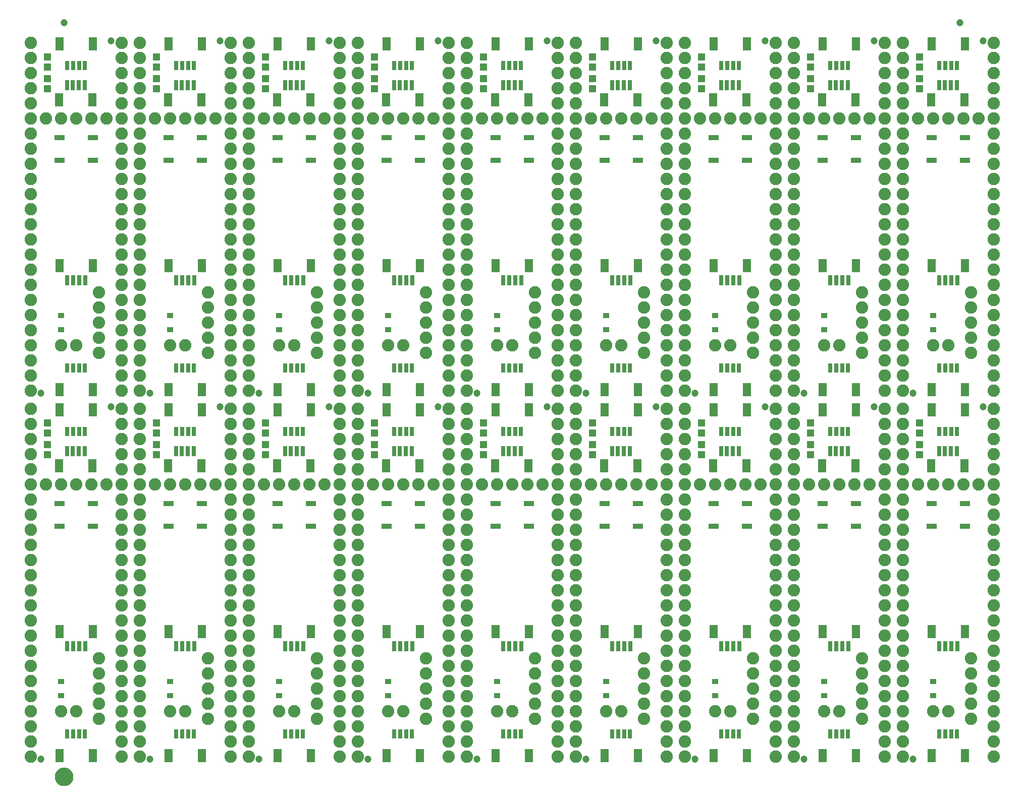
<source format=gts>
G04 EAGLE Gerber RS-274X export*
G75*
%MOMM*%
%FSLAX34Y34*%
%LPD*%
%INSoldermask Top*%
%IPPOS*%
%AMOC8*
5,1,8,0,0,1.08239X$1,22.5*%
G01*
%ADD10R,1.403200X2.203200*%
%ADD11R,0.803200X1.553200*%
%ADD12R,0.803200X1.753200*%
%ADD13C,1.203200*%
%ADD14R,1.203200X1.303200*%
%ADD15C,2.082800*%
%ADD16R,1.033200X0.833200*%
%ADD17R,1.727200X0.965200*%
%ADD18C,1.270000*%
%ADD19C,1.703200*%


D10*
X60900Y14050D03*
X116900Y14050D03*
D11*
X73900Y50800D03*
X83900Y50800D03*
X93900Y50800D03*
X103900Y50800D03*
D10*
X116900Y595550D03*
X60900Y595550D03*
D11*
X103900Y558800D03*
X93900Y558800D03*
X83900Y558800D03*
X73900Y558800D03*
D12*
X103680Y525650D03*
X93680Y525650D03*
X83680Y525650D03*
X73680Y525650D03*
D10*
X116680Y501400D03*
X60680Y501400D03*
D13*
X30226Y8128D03*
X147320Y600456D03*
D14*
X41148Y536566D03*
X41148Y519566D03*
X40894Y556142D03*
X40894Y573142D03*
D15*
X88900Y88900D03*
X63500Y88900D03*
D16*
X63500Y138500D03*
X63500Y115500D03*
D17*
X60960Y438150D03*
X116840Y438150D03*
X60960Y400050D03*
X116840Y400050D03*
D15*
X12700Y342900D03*
X12700Y317500D03*
X12700Y292100D03*
X12700Y266700D03*
X12700Y241300D03*
X12700Y215900D03*
X12700Y190500D03*
X12700Y165100D03*
X12700Y139700D03*
X12700Y114300D03*
X12700Y88900D03*
X12700Y63500D03*
X12700Y38100D03*
X12700Y12700D03*
X165100Y342900D03*
X165100Y317500D03*
X165100Y292100D03*
X165100Y266700D03*
X165100Y241300D03*
X165100Y215900D03*
X165100Y190500D03*
X165100Y165100D03*
X165100Y139700D03*
X165100Y114300D03*
X165100Y88900D03*
X165100Y63500D03*
X165100Y38100D03*
X165100Y12700D03*
X38100Y469900D03*
X63500Y469900D03*
X88900Y469900D03*
X114300Y469900D03*
X139700Y469900D03*
X127000Y152400D03*
X127000Y127000D03*
X127000Y101600D03*
X127000Y76200D03*
X165100Y393700D03*
X165100Y419100D03*
X165100Y444500D03*
X165100Y469900D03*
X165100Y495300D03*
X165100Y520700D03*
X165100Y546100D03*
X165100Y571500D03*
X165100Y596900D03*
X12700Y596900D03*
X12700Y571500D03*
X12700Y546100D03*
X12700Y520700D03*
X12700Y495300D03*
X12700Y469900D03*
X12700Y444500D03*
X12700Y419100D03*
X12700Y393700D03*
X12700Y368300D03*
X165100Y368300D03*
X127000Y177800D03*
D12*
X74120Y198250D03*
X84120Y198250D03*
X94120Y198250D03*
X104120Y198250D03*
D10*
X61120Y222500D03*
X117120Y222500D03*
X243780Y14050D03*
X299780Y14050D03*
D11*
X256780Y50800D03*
X266780Y50800D03*
X276780Y50800D03*
X286780Y50800D03*
D10*
X299780Y595550D03*
X243780Y595550D03*
D11*
X286780Y558800D03*
X276780Y558800D03*
X266780Y558800D03*
X256780Y558800D03*
D12*
X286560Y525650D03*
X276560Y525650D03*
X266560Y525650D03*
X256560Y525650D03*
D10*
X299560Y501400D03*
X243560Y501400D03*
D13*
X213106Y8128D03*
X330200Y600456D03*
D14*
X224028Y536566D03*
X224028Y519566D03*
X223774Y556142D03*
X223774Y573142D03*
D15*
X271780Y88900D03*
X246380Y88900D03*
D16*
X246380Y138500D03*
X246380Y115500D03*
D17*
X243840Y438150D03*
X299720Y438150D03*
X243840Y400050D03*
X299720Y400050D03*
D15*
X195580Y342900D03*
X195580Y317500D03*
X195580Y292100D03*
X195580Y266700D03*
X195580Y241300D03*
X195580Y215900D03*
X195580Y190500D03*
X195580Y165100D03*
X195580Y139700D03*
X195580Y114300D03*
X195580Y88900D03*
X195580Y63500D03*
X195580Y38100D03*
X195580Y12700D03*
X347980Y342900D03*
X347980Y317500D03*
X347980Y292100D03*
X347980Y266700D03*
X347980Y241300D03*
X347980Y215900D03*
X347980Y190500D03*
X347980Y165100D03*
X347980Y139700D03*
X347980Y114300D03*
X347980Y88900D03*
X347980Y63500D03*
X347980Y38100D03*
X347980Y12700D03*
X220980Y469900D03*
X246380Y469900D03*
X271780Y469900D03*
X297180Y469900D03*
X322580Y469900D03*
X309880Y152400D03*
X309880Y127000D03*
X309880Y101600D03*
X309880Y76200D03*
X347980Y393700D03*
X347980Y419100D03*
X347980Y444500D03*
X347980Y469900D03*
X347980Y495300D03*
X347980Y520700D03*
X347980Y546100D03*
X347980Y571500D03*
X347980Y596900D03*
X195580Y596900D03*
X195580Y571500D03*
X195580Y546100D03*
X195580Y520700D03*
X195580Y495300D03*
X195580Y469900D03*
X195580Y444500D03*
X195580Y419100D03*
X195580Y393700D03*
X195580Y368300D03*
X347980Y368300D03*
X309880Y177800D03*
D12*
X257000Y198250D03*
X267000Y198250D03*
X277000Y198250D03*
X287000Y198250D03*
D10*
X244000Y222500D03*
X300000Y222500D03*
X426660Y14050D03*
X482660Y14050D03*
D11*
X439660Y50800D03*
X449660Y50800D03*
X459660Y50800D03*
X469660Y50800D03*
D10*
X482660Y595550D03*
X426660Y595550D03*
D11*
X469660Y558800D03*
X459660Y558800D03*
X449660Y558800D03*
X439660Y558800D03*
D12*
X469440Y525650D03*
X459440Y525650D03*
X449440Y525650D03*
X439440Y525650D03*
D10*
X482440Y501400D03*
X426440Y501400D03*
D13*
X395986Y8128D03*
X513080Y600456D03*
D14*
X406908Y536566D03*
X406908Y519566D03*
X406654Y556142D03*
X406654Y573142D03*
D15*
X454660Y88900D03*
X429260Y88900D03*
D16*
X429260Y138500D03*
X429260Y115500D03*
D17*
X426720Y438150D03*
X482600Y438150D03*
X426720Y400050D03*
X482600Y400050D03*
D15*
X378460Y342900D03*
X378460Y317500D03*
X378460Y292100D03*
X378460Y266700D03*
X378460Y241300D03*
X378460Y215900D03*
X378460Y190500D03*
X378460Y165100D03*
X378460Y139700D03*
X378460Y114300D03*
X378460Y88900D03*
X378460Y63500D03*
X378460Y38100D03*
X378460Y12700D03*
X530860Y342900D03*
X530860Y317500D03*
X530860Y292100D03*
X530860Y266700D03*
X530860Y241300D03*
X530860Y215900D03*
X530860Y190500D03*
X530860Y165100D03*
X530860Y139700D03*
X530860Y114300D03*
X530860Y88900D03*
X530860Y63500D03*
X530860Y38100D03*
X530860Y12700D03*
X403860Y469900D03*
X429260Y469900D03*
X454660Y469900D03*
X480060Y469900D03*
X505460Y469900D03*
X492760Y152400D03*
X492760Y127000D03*
X492760Y101600D03*
X492760Y76200D03*
X530860Y393700D03*
X530860Y419100D03*
X530860Y444500D03*
X530860Y469900D03*
X530860Y495300D03*
X530860Y520700D03*
X530860Y546100D03*
X530860Y571500D03*
X530860Y596900D03*
X378460Y596900D03*
X378460Y571500D03*
X378460Y546100D03*
X378460Y520700D03*
X378460Y495300D03*
X378460Y469900D03*
X378460Y444500D03*
X378460Y419100D03*
X378460Y393700D03*
X378460Y368300D03*
X530860Y368300D03*
X492760Y177800D03*
D12*
X439880Y198250D03*
X449880Y198250D03*
X459880Y198250D03*
X469880Y198250D03*
D10*
X426880Y222500D03*
X482880Y222500D03*
X609540Y14050D03*
X665540Y14050D03*
D11*
X622540Y50800D03*
X632540Y50800D03*
X642540Y50800D03*
X652540Y50800D03*
D10*
X665540Y595550D03*
X609540Y595550D03*
D11*
X652540Y558800D03*
X642540Y558800D03*
X632540Y558800D03*
X622540Y558800D03*
D12*
X652320Y525650D03*
X642320Y525650D03*
X632320Y525650D03*
X622320Y525650D03*
D10*
X665320Y501400D03*
X609320Y501400D03*
D13*
X578866Y8128D03*
X695960Y600456D03*
D14*
X589788Y536566D03*
X589788Y519566D03*
X589534Y556142D03*
X589534Y573142D03*
D15*
X637540Y88900D03*
X612140Y88900D03*
D16*
X612140Y138500D03*
X612140Y115500D03*
D17*
X609600Y438150D03*
X665480Y438150D03*
X609600Y400050D03*
X665480Y400050D03*
D15*
X561340Y342900D03*
X561340Y317500D03*
X561340Y292100D03*
X561340Y266700D03*
X561340Y241300D03*
X561340Y215900D03*
X561340Y190500D03*
X561340Y165100D03*
X561340Y139700D03*
X561340Y114300D03*
X561340Y88900D03*
X561340Y63500D03*
X561340Y38100D03*
X561340Y12700D03*
X713740Y342900D03*
X713740Y317500D03*
X713740Y292100D03*
X713740Y266700D03*
X713740Y241300D03*
X713740Y215900D03*
X713740Y190500D03*
X713740Y165100D03*
X713740Y139700D03*
X713740Y114300D03*
X713740Y88900D03*
X713740Y63500D03*
X713740Y38100D03*
X713740Y12700D03*
X586740Y469900D03*
X612140Y469900D03*
X637540Y469900D03*
X662940Y469900D03*
X688340Y469900D03*
X675640Y152400D03*
X675640Y127000D03*
X675640Y101600D03*
X675640Y76200D03*
X713740Y393700D03*
X713740Y419100D03*
X713740Y444500D03*
X713740Y469900D03*
X713740Y495300D03*
X713740Y520700D03*
X713740Y546100D03*
X713740Y571500D03*
X713740Y596900D03*
X561340Y596900D03*
X561340Y571500D03*
X561340Y546100D03*
X561340Y520700D03*
X561340Y495300D03*
X561340Y469900D03*
X561340Y444500D03*
X561340Y419100D03*
X561340Y393700D03*
X561340Y368300D03*
X713740Y368300D03*
X675640Y177800D03*
D12*
X622760Y198250D03*
X632760Y198250D03*
X642760Y198250D03*
X652760Y198250D03*
D10*
X609760Y222500D03*
X665760Y222500D03*
X792420Y14050D03*
X848420Y14050D03*
D11*
X805420Y50800D03*
X815420Y50800D03*
X825420Y50800D03*
X835420Y50800D03*
D10*
X848420Y595550D03*
X792420Y595550D03*
D11*
X835420Y558800D03*
X825420Y558800D03*
X815420Y558800D03*
X805420Y558800D03*
D12*
X835200Y525650D03*
X825200Y525650D03*
X815200Y525650D03*
X805200Y525650D03*
D10*
X848200Y501400D03*
X792200Y501400D03*
D13*
X761746Y8128D03*
X878840Y600456D03*
D14*
X772668Y536566D03*
X772668Y519566D03*
X772414Y556142D03*
X772414Y573142D03*
D15*
X820420Y88900D03*
X795020Y88900D03*
D16*
X795020Y138500D03*
X795020Y115500D03*
D17*
X792480Y438150D03*
X848360Y438150D03*
X792480Y400050D03*
X848360Y400050D03*
D15*
X744220Y342900D03*
X744220Y317500D03*
X744220Y292100D03*
X744220Y266700D03*
X744220Y241300D03*
X744220Y215900D03*
X744220Y190500D03*
X744220Y165100D03*
X744220Y139700D03*
X744220Y114300D03*
X744220Y88900D03*
X744220Y63500D03*
X744220Y38100D03*
X744220Y12700D03*
X896620Y342900D03*
X896620Y317500D03*
X896620Y292100D03*
X896620Y266700D03*
X896620Y241300D03*
X896620Y215900D03*
X896620Y190500D03*
X896620Y165100D03*
X896620Y139700D03*
X896620Y114300D03*
X896620Y88900D03*
X896620Y63500D03*
X896620Y38100D03*
X896620Y12700D03*
X769620Y469900D03*
X795020Y469900D03*
X820420Y469900D03*
X845820Y469900D03*
X871220Y469900D03*
X858520Y152400D03*
X858520Y127000D03*
X858520Y101600D03*
X858520Y76200D03*
X896620Y393700D03*
X896620Y419100D03*
X896620Y444500D03*
X896620Y469900D03*
X896620Y495300D03*
X896620Y520700D03*
X896620Y546100D03*
X896620Y571500D03*
X896620Y596900D03*
X744220Y596900D03*
X744220Y571500D03*
X744220Y546100D03*
X744220Y520700D03*
X744220Y495300D03*
X744220Y469900D03*
X744220Y444500D03*
X744220Y419100D03*
X744220Y393700D03*
X744220Y368300D03*
X896620Y368300D03*
X858520Y177800D03*
D12*
X805640Y198250D03*
X815640Y198250D03*
X825640Y198250D03*
X835640Y198250D03*
D10*
X792640Y222500D03*
X848640Y222500D03*
X975300Y14050D03*
X1031300Y14050D03*
D11*
X988300Y50800D03*
X998300Y50800D03*
X1008300Y50800D03*
X1018300Y50800D03*
D10*
X1031300Y595550D03*
X975300Y595550D03*
D11*
X1018300Y558800D03*
X1008300Y558800D03*
X998300Y558800D03*
X988300Y558800D03*
D12*
X1018080Y525650D03*
X1008080Y525650D03*
X998080Y525650D03*
X988080Y525650D03*
D10*
X1031080Y501400D03*
X975080Y501400D03*
D13*
X944626Y8128D03*
X1061720Y600456D03*
D14*
X955548Y536566D03*
X955548Y519566D03*
X955294Y556142D03*
X955294Y573142D03*
D15*
X1003300Y88900D03*
X977900Y88900D03*
D16*
X977900Y138500D03*
X977900Y115500D03*
D17*
X975360Y438150D03*
X1031240Y438150D03*
X975360Y400050D03*
X1031240Y400050D03*
D15*
X927100Y342900D03*
X927100Y317500D03*
X927100Y292100D03*
X927100Y266700D03*
X927100Y241300D03*
X927100Y215900D03*
X927100Y190500D03*
X927100Y165100D03*
X927100Y139700D03*
X927100Y114300D03*
X927100Y88900D03*
X927100Y63500D03*
X927100Y38100D03*
X927100Y12700D03*
X1079500Y342900D03*
X1079500Y317500D03*
X1079500Y292100D03*
X1079500Y266700D03*
X1079500Y241300D03*
X1079500Y215900D03*
X1079500Y190500D03*
X1079500Y165100D03*
X1079500Y139700D03*
X1079500Y114300D03*
X1079500Y88900D03*
X1079500Y63500D03*
X1079500Y38100D03*
X1079500Y12700D03*
X952500Y469900D03*
X977900Y469900D03*
X1003300Y469900D03*
X1028700Y469900D03*
X1054100Y469900D03*
X1041400Y152400D03*
X1041400Y127000D03*
X1041400Y101600D03*
X1041400Y76200D03*
X1079500Y393700D03*
X1079500Y419100D03*
X1079500Y444500D03*
X1079500Y469900D03*
X1079500Y495300D03*
X1079500Y520700D03*
X1079500Y546100D03*
X1079500Y571500D03*
X1079500Y596900D03*
X927100Y596900D03*
X927100Y571500D03*
X927100Y546100D03*
X927100Y520700D03*
X927100Y495300D03*
X927100Y469900D03*
X927100Y444500D03*
X927100Y419100D03*
X927100Y393700D03*
X927100Y368300D03*
X1079500Y368300D03*
X1041400Y177800D03*
D12*
X988520Y198250D03*
X998520Y198250D03*
X1008520Y198250D03*
X1018520Y198250D03*
D10*
X975520Y222500D03*
X1031520Y222500D03*
X1158180Y14050D03*
X1214180Y14050D03*
D11*
X1171180Y50800D03*
X1181180Y50800D03*
X1191180Y50800D03*
X1201180Y50800D03*
D10*
X1214180Y595550D03*
X1158180Y595550D03*
D11*
X1201180Y558800D03*
X1191180Y558800D03*
X1181180Y558800D03*
X1171180Y558800D03*
D12*
X1200960Y525650D03*
X1190960Y525650D03*
X1180960Y525650D03*
X1170960Y525650D03*
D10*
X1213960Y501400D03*
X1157960Y501400D03*
D13*
X1127506Y8128D03*
X1244600Y600456D03*
D14*
X1138428Y536566D03*
X1138428Y519566D03*
X1138174Y556142D03*
X1138174Y573142D03*
D15*
X1186180Y88900D03*
X1160780Y88900D03*
D16*
X1160780Y138500D03*
X1160780Y115500D03*
D17*
X1158240Y438150D03*
X1214120Y438150D03*
X1158240Y400050D03*
X1214120Y400050D03*
D15*
X1109980Y342900D03*
X1109980Y317500D03*
X1109980Y292100D03*
X1109980Y266700D03*
X1109980Y241300D03*
X1109980Y215900D03*
X1109980Y190500D03*
X1109980Y165100D03*
X1109980Y139700D03*
X1109980Y114300D03*
X1109980Y88900D03*
X1109980Y63500D03*
X1109980Y38100D03*
X1109980Y12700D03*
X1262380Y342900D03*
X1262380Y317500D03*
X1262380Y292100D03*
X1262380Y266700D03*
X1262380Y241300D03*
X1262380Y215900D03*
X1262380Y190500D03*
X1262380Y165100D03*
X1262380Y139700D03*
X1262380Y114300D03*
X1262380Y88900D03*
X1262380Y63500D03*
X1262380Y38100D03*
X1262380Y12700D03*
X1135380Y469900D03*
X1160780Y469900D03*
X1186180Y469900D03*
X1211580Y469900D03*
X1236980Y469900D03*
X1224280Y152400D03*
X1224280Y127000D03*
X1224280Y101600D03*
X1224280Y76200D03*
X1262380Y393700D03*
X1262380Y419100D03*
X1262380Y444500D03*
X1262380Y469900D03*
X1262380Y495300D03*
X1262380Y520700D03*
X1262380Y546100D03*
X1262380Y571500D03*
X1262380Y596900D03*
X1109980Y596900D03*
X1109980Y571500D03*
X1109980Y546100D03*
X1109980Y520700D03*
X1109980Y495300D03*
X1109980Y469900D03*
X1109980Y444500D03*
X1109980Y419100D03*
X1109980Y393700D03*
X1109980Y368300D03*
X1262380Y368300D03*
X1224280Y177800D03*
D12*
X1171400Y198250D03*
X1181400Y198250D03*
X1191400Y198250D03*
X1201400Y198250D03*
D10*
X1158400Y222500D03*
X1214400Y222500D03*
X1341060Y14050D03*
X1397060Y14050D03*
D11*
X1354060Y50800D03*
X1364060Y50800D03*
X1374060Y50800D03*
X1384060Y50800D03*
D10*
X1397060Y595550D03*
X1341060Y595550D03*
D11*
X1384060Y558800D03*
X1374060Y558800D03*
X1364060Y558800D03*
X1354060Y558800D03*
D12*
X1383840Y525650D03*
X1373840Y525650D03*
X1363840Y525650D03*
X1353840Y525650D03*
D10*
X1396840Y501400D03*
X1340840Y501400D03*
D13*
X1310386Y8128D03*
X1427480Y600456D03*
D14*
X1321308Y536566D03*
X1321308Y519566D03*
X1321054Y556142D03*
X1321054Y573142D03*
D15*
X1369060Y88900D03*
X1343660Y88900D03*
D16*
X1343660Y138500D03*
X1343660Y115500D03*
D17*
X1341120Y438150D03*
X1397000Y438150D03*
X1341120Y400050D03*
X1397000Y400050D03*
D15*
X1292860Y342900D03*
X1292860Y317500D03*
X1292860Y292100D03*
X1292860Y266700D03*
X1292860Y241300D03*
X1292860Y215900D03*
X1292860Y190500D03*
X1292860Y165100D03*
X1292860Y139700D03*
X1292860Y114300D03*
X1292860Y88900D03*
X1292860Y63500D03*
X1292860Y38100D03*
X1292860Y12700D03*
X1445260Y342900D03*
X1445260Y317500D03*
X1445260Y292100D03*
X1445260Y266700D03*
X1445260Y241300D03*
X1445260Y215900D03*
X1445260Y190500D03*
X1445260Y165100D03*
X1445260Y139700D03*
X1445260Y114300D03*
X1445260Y88900D03*
X1445260Y63500D03*
X1445260Y38100D03*
X1445260Y12700D03*
X1318260Y469900D03*
X1343660Y469900D03*
X1369060Y469900D03*
X1394460Y469900D03*
X1419860Y469900D03*
X1407160Y152400D03*
X1407160Y127000D03*
X1407160Y101600D03*
X1407160Y76200D03*
X1445260Y393700D03*
X1445260Y419100D03*
X1445260Y444500D03*
X1445260Y469900D03*
X1445260Y495300D03*
X1445260Y520700D03*
X1445260Y546100D03*
X1445260Y571500D03*
X1445260Y596900D03*
X1292860Y596900D03*
X1292860Y571500D03*
X1292860Y546100D03*
X1292860Y520700D03*
X1292860Y495300D03*
X1292860Y469900D03*
X1292860Y444500D03*
X1292860Y419100D03*
X1292860Y393700D03*
X1292860Y368300D03*
X1445260Y368300D03*
X1407160Y177800D03*
D12*
X1354280Y198250D03*
X1364280Y198250D03*
X1374280Y198250D03*
X1384280Y198250D03*
D10*
X1341280Y222500D03*
X1397280Y222500D03*
X1523940Y14050D03*
X1579940Y14050D03*
D11*
X1536940Y50800D03*
X1546940Y50800D03*
X1556940Y50800D03*
X1566940Y50800D03*
D10*
X1579940Y595550D03*
X1523940Y595550D03*
D11*
X1566940Y558800D03*
X1556940Y558800D03*
X1546940Y558800D03*
X1536940Y558800D03*
D12*
X1566720Y525650D03*
X1556720Y525650D03*
X1546720Y525650D03*
X1536720Y525650D03*
D10*
X1579720Y501400D03*
X1523720Y501400D03*
D13*
X1493266Y8128D03*
X1610360Y600456D03*
D14*
X1504188Y536566D03*
X1504188Y519566D03*
X1503934Y556142D03*
X1503934Y573142D03*
D15*
X1551940Y88900D03*
X1526540Y88900D03*
D16*
X1526540Y138500D03*
X1526540Y115500D03*
D17*
X1524000Y438150D03*
X1579880Y438150D03*
X1524000Y400050D03*
X1579880Y400050D03*
D15*
X1475740Y342900D03*
X1475740Y317500D03*
X1475740Y292100D03*
X1475740Y266700D03*
X1475740Y241300D03*
X1475740Y215900D03*
X1475740Y190500D03*
X1475740Y165100D03*
X1475740Y139700D03*
X1475740Y114300D03*
X1475740Y88900D03*
X1475740Y63500D03*
X1475740Y38100D03*
X1475740Y12700D03*
X1628140Y342900D03*
X1628140Y317500D03*
X1628140Y292100D03*
X1628140Y266700D03*
X1628140Y241300D03*
X1628140Y215900D03*
X1628140Y190500D03*
X1628140Y165100D03*
X1628140Y139700D03*
X1628140Y114300D03*
X1628140Y88900D03*
X1628140Y63500D03*
X1628140Y38100D03*
X1628140Y12700D03*
X1501140Y469900D03*
X1526540Y469900D03*
X1551940Y469900D03*
X1577340Y469900D03*
X1602740Y469900D03*
X1590040Y152400D03*
X1590040Y127000D03*
X1590040Y101600D03*
X1590040Y76200D03*
X1628140Y393700D03*
X1628140Y419100D03*
X1628140Y444500D03*
X1628140Y469900D03*
X1628140Y495300D03*
X1628140Y520700D03*
X1628140Y546100D03*
X1628140Y571500D03*
X1628140Y596900D03*
X1475740Y596900D03*
X1475740Y571500D03*
X1475740Y546100D03*
X1475740Y520700D03*
X1475740Y495300D03*
X1475740Y469900D03*
X1475740Y444500D03*
X1475740Y419100D03*
X1475740Y393700D03*
X1475740Y368300D03*
X1628140Y368300D03*
X1590040Y177800D03*
D12*
X1537160Y198250D03*
X1547160Y198250D03*
X1557160Y198250D03*
X1567160Y198250D03*
D10*
X1524160Y222500D03*
X1580160Y222500D03*
X60900Y628730D03*
X116900Y628730D03*
D11*
X73900Y665480D03*
X83900Y665480D03*
X93900Y665480D03*
X103900Y665480D03*
D10*
X116900Y1210230D03*
X60900Y1210230D03*
D11*
X103900Y1173480D03*
X93900Y1173480D03*
X83900Y1173480D03*
X73900Y1173480D03*
D12*
X103680Y1140330D03*
X93680Y1140330D03*
X83680Y1140330D03*
X73680Y1140330D03*
D10*
X116680Y1116080D03*
X60680Y1116080D03*
D13*
X30226Y622808D03*
X147320Y1215136D03*
D14*
X41148Y1151246D03*
X41148Y1134246D03*
X40894Y1170822D03*
X40894Y1187822D03*
D15*
X88900Y703580D03*
X63500Y703580D03*
D16*
X63500Y753180D03*
X63500Y730180D03*
D17*
X60960Y1052830D03*
X116840Y1052830D03*
X60960Y1014730D03*
X116840Y1014730D03*
D15*
X12700Y957580D03*
X12700Y932180D03*
X12700Y906780D03*
X12700Y881380D03*
X12700Y855980D03*
X12700Y830580D03*
X12700Y805180D03*
X12700Y779780D03*
X12700Y754380D03*
X12700Y728980D03*
X12700Y703580D03*
X12700Y678180D03*
X12700Y652780D03*
X12700Y627380D03*
X165100Y957580D03*
X165100Y932180D03*
X165100Y906780D03*
X165100Y881380D03*
X165100Y855980D03*
X165100Y830580D03*
X165100Y805180D03*
X165100Y779780D03*
X165100Y754380D03*
X165100Y728980D03*
X165100Y703580D03*
X165100Y678180D03*
X165100Y652780D03*
X165100Y627380D03*
X38100Y1084580D03*
X63500Y1084580D03*
X88900Y1084580D03*
X114300Y1084580D03*
X139700Y1084580D03*
X127000Y767080D03*
X127000Y741680D03*
X127000Y716280D03*
X127000Y690880D03*
X165100Y1008380D03*
X165100Y1033780D03*
X165100Y1059180D03*
X165100Y1084580D03*
X165100Y1109980D03*
X165100Y1135380D03*
X165100Y1160780D03*
X165100Y1186180D03*
X165100Y1211580D03*
X12700Y1211580D03*
X12700Y1186180D03*
X12700Y1160780D03*
X12700Y1135380D03*
X12700Y1109980D03*
X12700Y1084580D03*
X12700Y1059180D03*
X12700Y1033780D03*
X12700Y1008380D03*
X12700Y982980D03*
X165100Y982980D03*
X127000Y792480D03*
D12*
X74120Y812930D03*
X84120Y812930D03*
X94120Y812930D03*
X104120Y812930D03*
D10*
X61120Y837180D03*
X117120Y837180D03*
X243780Y628730D03*
X299780Y628730D03*
D11*
X256780Y665480D03*
X266780Y665480D03*
X276780Y665480D03*
X286780Y665480D03*
D10*
X299780Y1210230D03*
X243780Y1210230D03*
D11*
X286780Y1173480D03*
X276780Y1173480D03*
X266780Y1173480D03*
X256780Y1173480D03*
D12*
X286560Y1140330D03*
X276560Y1140330D03*
X266560Y1140330D03*
X256560Y1140330D03*
D10*
X299560Y1116080D03*
X243560Y1116080D03*
D13*
X213106Y622808D03*
X330200Y1215136D03*
D14*
X224028Y1151246D03*
X224028Y1134246D03*
X223774Y1170822D03*
X223774Y1187822D03*
D15*
X271780Y703580D03*
X246380Y703580D03*
D16*
X246380Y753180D03*
X246380Y730180D03*
D17*
X243840Y1052830D03*
X299720Y1052830D03*
X243840Y1014730D03*
X299720Y1014730D03*
D15*
X195580Y957580D03*
X195580Y932180D03*
X195580Y906780D03*
X195580Y881380D03*
X195580Y855980D03*
X195580Y830580D03*
X195580Y805180D03*
X195580Y779780D03*
X195580Y754380D03*
X195580Y728980D03*
X195580Y703580D03*
X195580Y678180D03*
X195580Y652780D03*
X195580Y627380D03*
X347980Y957580D03*
X347980Y932180D03*
X347980Y906780D03*
X347980Y881380D03*
X347980Y855980D03*
X347980Y830580D03*
X347980Y805180D03*
X347980Y779780D03*
X347980Y754380D03*
X347980Y728980D03*
X347980Y703580D03*
X347980Y678180D03*
X347980Y652780D03*
X347980Y627380D03*
X220980Y1084580D03*
X246380Y1084580D03*
X271780Y1084580D03*
X297180Y1084580D03*
X322580Y1084580D03*
X309880Y767080D03*
X309880Y741680D03*
X309880Y716280D03*
X309880Y690880D03*
X347980Y1008380D03*
X347980Y1033780D03*
X347980Y1059180D03*
X347980Y1084580D03*
X347980Y1109980D03*
X347980Y1135380D03*
X347980Y1160780D03*
X347980Y1186180D03*
X347980Y1211580D03*
X195580Y1211580D03*
X195580Y1186180D03*
X195580Y1160780D03*
X195580Y1135380D03*
X195580Y1109980D03*
X195580Y1084580D03*
X195580Y1059180D03*
X195580Y1033780D03*
X195580Y1008380D03*
X195580Y982980D03*
X347980Y982980D03*
X309880Y792480D03*
D12*
X257000Y812930D03*
X267000Y812930D03*
X277000Y812930D03*
X287000Y812930D03*
D10*
X244000Y837180D03*
X300000Y837180D03*
X426660Y628730D03*
X482660Y628730D03*
D11*
X439660Y665480D03*
X449660Y665480D03*
X459660Y665480D03*
X469660Y665480D03*
D10*
X482660Y1210230D03*
X426660Y1210230D03*
D11*
X469660Y1173480D03*
X459660Y1173480D03*
X449660Y1173480D03*
X439660Y1173480D03*
D12*
X469440Y1140330D03*
X459440Y1140330D03*
X449440Y1140330D03*
X439440Y1140330D03*
D10*
X482440Y1116080D03*
X426440Y1116080D03*
D13*
X395986Y622808D03*
X513080Y1215136D03*
D14*
X406908Y1151246D03*
X406908Y1134246D03*
X406654Y1170822D03*
X406654Y1187822D03*
D15*
X454660Y703580D03*
X429260Y703580D03*
D16*
X429260Y753180D03*
X429260Y730180D03*
D17*
X426720Y1052830D03*
X482600Y1052830D03*
X426720Y1014730D03*
X482600Y1014730D03*
D15*
X378460Y957580D03*
X378460Y932180D03*
X378460Y906780D03*
X378460Y881380D03*
X378460Y855980D03*
X378460Y830580D03*
X378460Y805180D03*
X378460Y779780D03*
X378460Y754380D03*
X378460Y728980D03*
X378460Y703580D03*
X378460Y678180D03*
X378460Y652780D03*
X378460Y627380D03*
X530860Y957580D03*
X530860Y932180D03*
X530860Y906780D03*
X530860Y881380D03*
X530860Y855980D03*
X530860Y830580D03*
X530860Y805180D03*
X530860Y779780D03*
X530860Y754380D03*
X530860Y728980D03*
X530860Y703580D03*
X530860Y678180D03*
X530860Y652780D03*
X530860Y627380D03*
X403860Y1084580D03*
X429260Y1084580D03*
X454660Y1084580D03*
X480060Y1084580D03*
X505460Y1084580D03*
X492760Y767080D03*
X492760Y741680D03*
X492760Y716280D03*
X492760Y690880D03*
X530860Y1008380D03*
X530860Y1033780D03*
X530860Y1059180D03*
X530860Y1084580D03*
X530860Y1109980D03*
X530860Y1135380D03*
X530860Y1160780D03*
X530860Y1186180D03*
X530860Y1211580D03*
X378460Y1211580D03*
X378460Y1186180D03*
X378460Y1160780D03*
X378460Y1135380D03*
X378460Y1109980D03*
X378460Y1084580D03*
X378460Y1059180D03*
X378460Y1033780D03*
X378460Y1008380D03*
X378460Y982980D03*
X530860Y982980D03*
X492760Y792480D03*
D12*
X439880Y812930D03*
X449880Y812930D03*
X459880Y812930D03*
X469880Y812930D03*
D10*
X426880Y837180D03*
X482880Y837180D03*
X609540Y628730D03*
X665540Y628730D03*
D11*
X622540Y665480D03*
X632540Y665480D03*
X642540Y665480D03*
X652540Y665480D03*
D10*
X665540Y1210230D03*
X609540Y1210230D03*
D11*
X652540Y1173480D03*
X642540Y1173480D03*
X632540Y1173480D03*
X622540Y1173480D03*
D12*
X652320Y1140330D03*
X642320Y1140330D03*
X632320Y1140330D03*
X622320Y1140330D03*
D10*
X665320Y1116080D03*
X609320Y1116080D03*
D13*
X578866Y622808D03*
X695960Y1215136D03*
D14*
X589788Y1151246D03*
X589788Y1134246D03*
X589534Y1170822D03*
X589534Y1187822D03*
D15*
X637540Y703580D03*
X612140Y703580D03*
D16*
X612140Y753180D03*
X612140Y730180D03*
D17*
X609600Y1052830D03*
X665480Y1052830D03*
X609600Y1014730D03*
X665480Y1014730D03*
D15*
X561340Y957580D03*
X561340Y932180D03*
X561340Y906780D03*
X561340Y881380D03*
X561340Y855980D03*
X561340Y830580D03*
X561340Y805180D03*
X561340Y779780D03*
X561340Y754380D03*
X561340Y728980D03*
X561340Y703580D03*
X561340Y678180D03*
X561340Y652780D03*
X561340Y627380D03*
X713740Y957580D03*
X713740Y932180D03*
X713740Y906780D03*
X713740Y881380D03*
X713740Y855980D03*
X713740Y830580D03*
X713740Y805180D03*
X713740Y779780D03*
X713740Y754380D03*
X713740Y728980D03*
X713740Y703580D03*
X713740Y678180D03*
X713740Y652780D03*
X713740Y627380D03*
X586740Y1084580D03*
X612140Y1084580D03*
X637540Y1084580D03*
X662940Y1084580D03*
X688340Y1084580D03*
X675640Y767080D03*
X675640Y741680D03*
X675640Y716280D03*
X675640Y690880D03*
X713740Y1008380D03*
X713740Y1033780D03*
X713740Y1059180D03*
X713740Y1084580D03*
X713740Y1109980D03*
X713740Y1135380D03*
X713740Y1160780D03*
X713740Y1186180D03*
X713740Y1211580D03*
X561340Y1211580D03*
X561340Y1186180D03*
X561340Y1160780D03*
X561340Y1135380D03*
X561340Y1109980D03*
X561340Y1084580D03*
X561340Y1059180D03*
X561340Y1033780D03*
X561340Y1008380D03*
X561340Y982980D03*
X713740Y982980D03*
X675640Y792480D03*
D12*
X622760Y812930D03*
X632760Y812930D03*
X642760Y812930D03*
X652760Y812930D03*
D10*
X609760Y837180D03*
X665760Y837180D03*
X792420Y628730D03*
X848420Y628730D03*
D11*
X805420Y665480D03*
X815420Y665480D03*
X825420Y665480D03*
X835420Y665480D03*
D10*
X848420Y1210230D03*
X792420Y1210230D03*
D11*
X835420Y1173480D03*
X825420Y1173480D03*
X815420Y1173480D03*
X805420Y1173480D03*
D12*
X835200Y1140330D03*
X825200Y1140330D03*
X815200Y1140330D03*
X805200Y1140330D03*
D10*
X848200Y1116080D03*
X792200Y1116080D03*
D13*
X761746Y622808D03*
X878840Y1215136D03*
D14*
X772668Y1151246D03*
X772668Y1134246D03*
X772414Y1170822D03*
X772414Y1187822D03*
D15*
X820420Y703580D03*
X795020Y703580D03*
D16*
X795020Y753180D03*
X795020Y730180D03*
D17*
X792480Y1052830D03*
X848360Y1052830D03*
X792480Y1014730D03*
X848360Y1014730D03*
D15*
X744220Y957580D03*
X744220Y932180D03*
X744220Y906780D03*
X744220Y881380D03*
X744220Y855980D03*
X744220Y830580D03*
X744220Y805180D03*
X744220Y779780D03*
X744220Y754380D03*
X744220Y728980D03*
X744220Y703580D03*
X744220Y678180D03*
X744220Y652780D03*
X744220Y627380D03*
X896620Y957580D03*
X896620Y932180D03*
X896620Y906780D03*
X896620Y881380D03*
X896620Y855980D03*
X896620Y830580D03*
X896620Y805180D03*
X896620Y779780D03*
X896620Y754380D03*
X896620Y728980D03*
X896620Y703580D03*
X896620Y678180D03*
X896620Y652780D03*
X896620Y627380D03*
X769620Y1084580D03*
X795020Y1084580D03*
X820420Y1084580D03*
X845820Y1084580D03*
X871220Y1084580D03*
X858520Y767080D03*
X858520Y741680D03*
X858520Y716280D03*
X858520Y690880D03*
X896620Y1008380D03*
X896620Y1033780D03*
X896620Y1059180D03*
X896620Y1084580D03*
X896620Y1109980D03*
X896620Y1135380D03*
X896620Y1160780D03*
X896620Y1186180D03*
X896620Y1211580D03*
X744220Y1211580D03*
X744220Y1186180D03*
X744220Y1160780D03*
X744220Y1135380D03*
X744220Y1109980D03*
X744220Y1084580D03*
X744220Y1059180D03*
X744220Y1033780D03*
X744220Y1008380D03*
X744220Y982980D03*
X896620Y982980D03*
X858520Y792480D03*
D12*
X805640Y812930D03*
X815640Y812930D03*
X825640Y812930D03*
X835640Y812930D03*
D10*
X792640Y837180D03*
X848640Y837180D03*
X975300Y628730D03*
X1031300Y628730D03*
D11*
X988300Y665480D03*
X998300Y665480D03*
X1008300Y665480D03*
X1018300Y665480D03*
D10*
X1031300Y1210230D03*
X975300Y1210230D03*
D11*
X1018300Y1173480D03*
X1008300Y1173480D03*
X998300Y1173480D03*
X988300Y1173480D03*
D12*
X1018080Y1140330D03*
X1008080Y1140330D03*
X998080Y1140330D03*
X988080Y1140330D03*
D10*
X1031080Y1116080D03*
X975080Y1116080D03*
D13*
X944626Y622808D03*
X1061720Y1215136D03*
D14*
X955548Y1151246D03*
X955548Y1134246D03*
X955294Y1170822D03*
X955294Y1187822D03*
D15*
X1003300Y703580D03*
X977900Y703580D03*
D16*
X977900Y753180D03*
X977900Y730180D03*
D17*
X975360Y1052830D03*
X1031240Y1052830D03*
X975360Y1014730D03*
X1031240Y1014730D03*
D15*
X927100Y957580D03*
X927100Y932180D03*
X927100Y906780D03*
X927100Y881380D03*
X927100Y855980D03*
X927100Y830580D03*
X927100Y805180D03*
X927100Y779780D03*
X927100Y754380D03*
X927100Y728980D03*
X927100Y703580D03*
X927100Y678180D03*
X927100Y652780D03*
X927100Y627380D03*
X1079500Y957580D03*
X1079500Y932180D03*
X1079500Y906780D03*
X1079500Y881380D03*
X1079500Y855980D03*
X1079500Y830580D03*
X1079500Y805180D03*
X1079500Y779780D03*
X1079500Y754380D03*
X1079500Y728980D03*
X1079500Y703580D03*
X1079500Y678180D03*
X1079500Y652780D03*
X1079500Y627380D03*
X952500Y1084580D03*
X977900Y1084580D03*
X1003300Y1084580D03*
X1028700Y1084580D03*
X1054100Y1084580D03*
X1041400Y767080D03*
X1041400Y741680D03*
X1041400Y716280D03*
X1041400Y690880D03*
X1079500Y1008380D03*
X1079500Y1033780D03*
X1079500Y1059180D03*
X1079500Y1084580D03*
X1079500Y1109980D03*
X1079500Y1135380D03*
X1079500Y1160780D03*
X1079500Y1186180D03*
X1079500Y1211580D03*
X927100Y1211580D03*
X927100Y1186180D03*
X927100Y1160780D03*
X927100Y1135380D03*
X927100Y1109980D03*
X927100Y1084580D03*
X927100Y1059180D03*
X927100Y1033780D03*
X927100Y1008380D03*
X927100Y982980D03*
X1079500Y982980D03*
X1041400Y792480D03*
D12*
X988520Y812930D03*
X998520Y812930D03*
X1008520Y812930D03*
X1018520Y812930D03*
D10*
X975520Y837180D03*
X1031520Y837180D03*
X1158180Y628730D03*
X1214180Y628730D03*
D11*
X1171180Y665480D03*
X1181180Y665480D03*
X1191180Y665480D03*
X1201180Y665480D03*
D10*
X1214180Y1210230D03*
X1158180Y1210230D03*
D11*
X1201180Y1173480D03*
X1191180Y1173480D03*
X1181180Y1173480D03*
X1171180Y1173480D03*
D12*
X1200960Y1140330D03*
X1190960Y1140330D03*
X1180960Y1140330D03*
X1170960Y1140330D03*
D10*
X1213960Y1116080D03*
X1157960Y1116080D03*
D13*
X1127506Y622808D03*
X1244600Y1215136D03*
D14*
X1138428Y1151246D03*
X1138428Y1134246D03*
X1138174Y1170822D03*
X1138174Y1187822D03*
D15*
X1186180Y703580D03*
X1160780Y703580D03*
D16*
X1160780Y753180D03*
X1160780Y730180D03*
D17*
X1158240Y1052830D03*
X1214120Y1052830D03*
X1158240Y1014730D03*
X1214120Y1014730D03*
D15*
X1109980Y957580D03*
X1109980Y932180D03*
X1109980Y906780D03*
X1109980Y881380D03*
X1109980Y855980D03*
X1109980Y830580D03*
X1109980Y805180D03*
X1109980Y779780D03*
X1109980Y754380D03*
X1109980Y728980D03*
X1109980Y703580D03*
X1109980Y678180D03*
X1109980Y652780D03*
X1109980Y627380D03*
X1262380Y957580D03*
X1262380Y932180D03*
X1262380Y906780D03*
X1262380Y881380D03*
X1262380Y855980D03*
X1262380Y830580D03*
X1262380Y805180D03*
X1262380Y779780D03*
X1262380Y754380D03*
X1262380Y728980D03*
X1262380Y703580D03*
X1262380Y678180D03*
X1262380Y652780D03*
X1262380Y627380D03*
X1135380Y1084580D03*
X1160780Y1084580D03*
X1186180Y1084580D03*
X1211580Y1084580D03*
X1236980Y1084580D03*
X1224280Y767080D03*
X1224280Y741680D03*
X1224280Y716280D03*
X1224280Y690880D03*
X1262380Y1008380D03*
X1262380Y1033780D03*
X1262380Y1059180D03*
X1262380Y1084580D03*
X1262380Y1109980D03*
X1262380Y1135380D03*
X1262380Y1160780D03*
X1262380Y1186180D03*
X1262380Y1211580D03*
X1109980Y1211580D03*
X1109980Y1186180D03*
X1109980Y1160780D03*
X1109980Y1135380D03*
X1109980Y1109980D03*
X1109980Y1084580D03*
X1109980Y1059180D03*
X1109980Y1033780D03*
X1109980Y1008380D03*
X1109980Y982980D03*
X1262380Y982980D03*
X1224280Y792480D03*
D12*
X1171400Y812930D03*
X1181400Y812930D03*
X1191400Y812930D03*
X1201400Y812930D03*
D10*
X1158400Y837180D03*
X1214400Y837180D03*
X1341060Y628730D03*
X1397060Y628730D03*
D11*
X1354060Y665480D03*
X1364060Y665480D03*
X1374060Y665480D03*
X1384060Y665480D03*
D10*
X1397060Y1210230D03*
X1341060Y1210230D03*
D11*
X1384060Y1173480D03*
X1374060Y1173480D03*
X1364060Y1173480D03*
X1354060Y1173480D03*
D12*
X1383840Y1140330D03*
X1373840Y1140330D03*
X1363840Y1140330D03*
X1353840Y1140330D03*
D10*
X1396840Y1116080D03*
X1340840Y1116080D03*
D13*
X1310386Y622808D03*
X1427480Y1215136D03*
D14*
X1321308Y1151246D03*
X1321308Y1134246D03*
X1321054Y1170822D03*
X1321054Y1187822D03*
D15*
X1369060Y703580D03*
X1343660Y703580D03*
D16*
X1343660Y753180D03*
X1343660Y730180D03*
D17*
X1341120Y1052830D03*
X1397000Y1052830D03*
X1341120Y1014730D03*
X1397000Y1014730D03*
D15*
X1292860Y957580D03*
X1292860Y932180D03*
X1292860Y906780D03*
X1292860Y881380D03*
X1292860Y855980D03*
X1292860Y830580D03*
X1292860Y805180D03*
X1292860Y779780D03*
X1292860Y754380D03*
X1292860Y728980D03*
X1292860Y703580D03*
X1292860Y678180D03*
X1292860Y652780D03*
X1292860Y627380D03*
X1445260Y957580D03*
X1445260Y932180D03*
X1445260Y906780D03*
X1445260Y881380D03*
X1445260Y855980D03*
X1445260Y830580D03*
X1445260Y805180D03*
X1445260Y779780D03*
X1445260Y754380D03*
X1445260Y728980D03*
X1445260Y703580D03*
X1445260Y678180D03*
X1445260Y652780D03*
X1445260Y627380D03*
X1318260Y1084580D03*
X1343660Y1084580D03*
X1369060Y1084580D03*
X1394460Y1084580D03*
X1419860Y1084580D03*
X1407160Y767080D03*
X1407160Y741680D03*
X1407160Y716280D03*
X1407160Y690880D03*
X1445260Y1008380D03*
X1445260Y1033780D03*
X1445260Y1059180D03*
X1445260Y1084580D03*
X1445260Y1109980D03*
X1445260Y1135380D03*
X1445260Y1160780D03*
X1445260Y1186180D03*
X1445260Y1211580D03*
X1292860Y1211580D03*
X1292860Y1186180D03*
X1292860Y1160780D03*
X1292860Y1135380D03*
X1292860Y1109980D03*
X1292860Y1084580D03*
X1292860Y1059180D03*
X1292860Y1033780D03*
X1292860Y1008380D03*
X1292860Y982980D03*
X1445260Y982980D03*
X1407160Y792480D03*
D12*
X1354280Y812930D03*
X1364280Y812930D03*
X1374280Y812930D03*
X1384280Y812930D03*
D10*
X1341280Y837180D03*
X1397280Y837180D03*
X1523940Y628730D03*
X1579940Y628730D03*
D11*
X1536940Y665480D03*
X1546940Y665480D03*
X1556940Y665480D03*
X1566940Y665480D03*
D10*
X1579940Y1210230D03*
X1523940Y1210230D03*
D11*
X1566940Y1173480D03*
X1556940Y1173480D03*
X1546940Y1173480D03*
X1536940Y1173480D03*
D12*
X1566720Y1140330D03*
X1556720Y1140330D03*
X1546720Y1140330D03*
X1536720Y1140330D03*
D10*
X1579720Y1116080D03*
X1523720Y1116080D03*
D13*
X1493266Y622808D03*
X1610360Y1215136D03*
D14*
X1504188Y1151246D03*
X1504188Y1134246D03*
X1503934Y1170822D03*
X1503934Y1187822D03*
D15*
X1551940Y703580D03*
X1526540Y703580D03*
D16*
X1526540Y753180D03*
X1526540Y730180D03*
D17*
X1524000Y1052830D03*
X1579880Y1052830D03*
X1524000Y1014730D03*
X1579880Y1014730D03*
D15*
X1475740Y957580D03*
X1475740Y932180D03*
X1475740Y906780D03*
X1475740Y881380D03*
X1475740Y855980D03*
X1475740Y830580D03*
X1475740Y805180D03*
X1475740Y779780D03*
X1475740Y754380D03*
X1475740Y728980D03*
X1475740Y703580D03*
X1475740Y678180D03*
X1475740Y652780D03*
X1475740Y627380D03*
X1628140Y957580D03*
X1628140Y932180D03*
X1628140Y906780D03*
X1628140Y881380D03*
X1628140Y855980D03*
X1628140Y830580D03*
X1628140Y805180D03*
X1628140Y779780D03*
X1628140Y754380D03*
X1628140Y728980D03*
X1628140Y703580D03*
X1628140Y678180D03*
X1628140Y652780D03*
X1628140Y627380D03*
X1501140Y1084580D03*
X1526540Y1084580D03*
X1551940Y1084580D03*
X1577340Y1084580D03*
X1602740Y1084580D03*
X1590040Y767080D03*
X1590040Y741680D03*
X1590040Y716280D03*
X1590040Y690880D03*
X1628140Y1008380D03*
X1628140Y1033780D03*
X1628140Y1059180D03*
X1628140Y1084580D03*
X1628140Y1109980D03*
X1628140Y1135380D03*
X1628140Y1160780D03*
X1628140Y1186180D03*
X1628140Y1211580D03*
X1475740Y1211580D03*
X1475740Y1186180D03*
X1475740Y1160780D03*
X1475740Y1135380D03*
X1475740Y1109980D03*
X1475740Y1084580D03*
X1475740Y1059180D03*
X1475740Y1033780D03*
X1475740Y1008380D03*
X1475740Y982980D03*
X1628140Y982980D03*
X1590040Y792480D03*
D12*
X1537160Y812930D03*
X1547160Y812930D03*
X1557160Y812930D03*
X1567160Y812930D03*
D10*
X1524160Y837180D03*
X1580160Y837180D03*
D13*
X68580Y1245235D03*
X1571625Y1245235D03*
D18*
X59525Y-20955D02*
X59528Y-20733D01*
X59536Y-20511D01*
X59550Y-20289D01*
X59569Y-20067D01*
X59593Y-19847D01*
X59623Y-19626D01*
X59658Y-19407D01*
X59699Y-19188D01*
X59745Y-18971D01*
X59796Y-18755D01*
X59853Y-18540D01*
X59915Y-18326D01*
X59982Y-18115D01*
X60054Y-17904D01*
X60132Y-17696D01*
X60214Y-17490D01*
X60302Y-17286D01*
X60394Y-17083D01*
X60492Y-16884D01*
X60594Y-16687D01*
X60701Y-16492D01*
X60813Y-16300D01*
X60930Y-16111D01*
X61051Y-15924D01*
X61177Y-15741D01*
X61307Y-15561D01*
X61442Y-15384D01*
X61580Y-15211D01*
X61723Y-15041D01*
X61871Y-14874D01*
X62022Y-14711D01*
X62177Y-14552D01*
X62336Y-14397D01*
X62499Y-14246D01*
X62666Y-14098D01*
X62836Y-13955D01*
X63009Y-13817D01*
X63186Y-13682D01*
X63366Y-13552D01*
X63549Y-13426D01*
X63736Y-13305D01*
X63925Y-13188D01*
X64117Y-13076D01*
X64312Y-12969D01*
X64509Y-12867D01*
X64708Y-12769D01*
X64911Y-12677D01*
X65115Y-12589D01*
X65321Y-12507D01*
X65529Y-12429D01*
X65740Y-12357D01*
X65951Y-12290D01*
X66165Y-12228D01*
X66380Y-12171D01*
X66596Y-12120D01*
X66813Y-12074D01*
X67032Y-12033D01*
X67251Y-11998D01*
X67472Y-11968D01*
X67692Y-11944D01*
X67914Y-11925D01*
X68136Y-11911D01*
X68358Y-11903D01*
X68580Y-11900D01*
X68802Y-11903D01*
X69024Y-11911D01*
X69246Y-11925D01*
X69468Y-11944D01*
X69688Y-11968D01*
X69909Y-11998D01*
X70128Y-12033D01*
X70347Y-12074D01*
X70564Y-12120D01*
X70780Y-12171D01*
X70995Y-12228D01*
X71209Y-12290D01*
X71420Y-12357D01*
X71631Y-12429D01*
X71839Y-12507D01*
X72045Y-12589D01*
X72249Y-12677D01*
X72452Y-12769D01*
X72651Y-12867D01*
X72848Y-12969D01*
X73043Y-13076D01*
X73235Y-13188D01*
X73424Y-13305D01*
X73611Y-13426D01*
X73794Y-13552D01*
X73974Y-13682D01*
X74151Y-13817D01*
X74324Y-13955D01*
X74494Y-14098D01*
X74661Y-14246D01*
X74824Y-14397D01*
X74983Y-14552D01*
X75138Y-14711D01*
X75289Y-14874D01*
X75437Y-15041D01*
X75580Y-15211D01*
X75718Y-15384D01*
X75853Y-15561D01*
X75983Y-15741D01*
X76109Y-15924D01*
X76230Y-16111D01*
X76347Y-16300D01*
X76459Y-16492D01*
X76566Y-16687D01*
X76668Y-16884D01*
X76766Y-17083D01*
X76858Y-17286D01*
X76946Y-17490D01*
X77028Y-17696D01*
X77106Y-17904D01*
X77178Y-18115D01*
X77245Y-18326D01*
X77307Y-18540D01*
X77364Y-18755D01*
X77415Y-18971D01*
X77461Y-19188D01*
X77502Y-19407D01*
X77537Y-19626D01*
X77567Y-19847D01*
X77591Y-20067D01*
X77610Y-20289D01*
X77624Y-20511D01*
X77632Y-20733D01*
X77635Y-20955D01*
X77632Y-21177D01*
X77624Y-21399D01*
X77610Y-21621D01*
X77591Y-21843D01*
X77567Y-22063D01*
X77537Y-22284D01*
X77502Y-22503D01*
X77461Y-22722D01*
X77415Y-22939D01*
X77364Y-23155D01*
X77307Y-23370D01*
X77245Y-23584D01*
X77178Y-23795D01*
X77106Y-24006D01*
X77028Y-24214D01*
X76946Y-24420D01*
X76858Y-24624D01*
X76766Y-24827D01*
X76668Y-25026D01*
X76566Y-25223D01*
X76459Y-25418D01*
X76347Y-25610D01*
X76230Y-25799D01*
X76109Y-25986D01*
X75983Y-26169D01*
X75853Y-26349D01*
X75718Y-26526D01*
X75580Y-26699D01*
X75437Y-26869D01*
X75289Y-27036D01*
X75138Y-27199D01*
X74983Y-27358D01*
X74824Y-27513D01*
X74661Y-27664D01*
X74494Y-27812D01*
X74324Y-27955D01*
X74151Y-28093D01*
X73974Y-28228D01*
X73794Y-28358D01*
X73611Y-28484D01*
X73424Y-28605D01*
X73235Y-28722D01*
X73043Y-28834D01*
X72848Y-28941D01*
X72651Y-29043D01*
X72452Y-29141D01*
X72249Y-29233D01*
X72045Y-29321D01*
X71839Y-29403D01*
X71631Y-29481D01*
X71420Y-29553D01*
X71209Y-29620D01*
X70995Y-29682D01*
X70780Y-29739D01*
X70564Y-29790D01*
X70347Y-29836D01*
X70128Y-29877D01*
X69909Y-29912D01*
X69688Y-29942D01*
X69468Y-29966D01*
X69246Y-29985D01*
X69024Y-29999D01*
X68802Y-30007D01*
X68580Y-30010D01*
X68358Y-30007D01*
X68136Y-29999D01*
X67914Y-29985D01*
X67692Y-29966D01*
X67472Y-29942D01*
X67251Y-29912D01*
X67032Y-29877D01*
X66813Y-29836D01*
X66596Y-29790D01*
X66380Y-29739D01*
X66165Y-29682D01*
X65951Y-29620D01*
X65740Y-29553D01*
X65529Y-29481D01*
X65321Y-29403D01*
X65115Y-29321D01*
X64911Y-29233D01*
X64708Y-29141D01*
X64509Y-29043D01*
X64312Y-28941D01*
X64117Y-28834D01*
X63925Y-28722D01*
X63736Y-28605D01*
X63549Y-28484D01*
X63366Y-28358D01*
X63186Y-28228D01*
X63009Y-28093D01*
X62836Y-27955D01*
X62666Y-27812D01*
X62499Y-27664D01*
X62336Y-27513D01*
X62177Y-27358D01*
X62022Y-27199D01*
X61871Y-27036D01*
X61723Y-26869D01*
X61580Y-26699D01*
X61442Y-26526D01*
X61307Y-26349D01*
X61177Y-26169D01*
X61051Y-25986D01*
X60930Y-25799D01*
X60813Y-25610D01*
X60701Y-25418D01*
X60594Y-25223D01*
X60492Y-25026D01*
X60394Y-24827D01*
X60302Y-24624D01*
X60214Y-24420D01*
X60132Y-24214D01*
X60054Y-24006D01*
X59982Y-23795D01*
X59915Y-23584D01*
X59853Y-23370D01*
X59796Y-23155D01*
X59745Y-22939D01*
X59699Y-22722D01*
X59658Y-22503D01*
X59623Y-22284D01*
X59593Y-22063D01*
X59569Y-21843D01*
X59550Y-21621D01*
X59536Y-21399D01*
X59528Y-21177D01*
X59525Y-20955D01*
D19*
X68580Y-20955D03*
M02*

</source>
